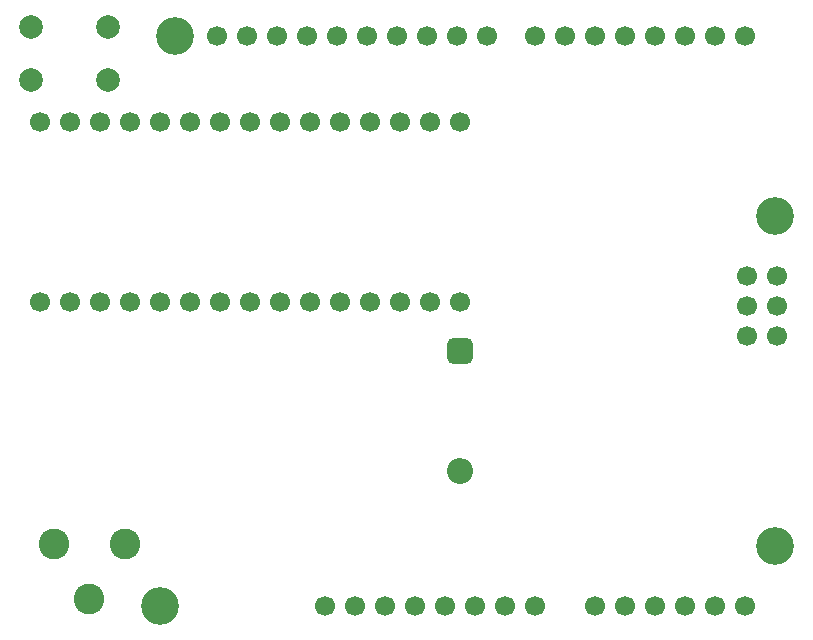
<source format=gbr>
%TF.GenerationSoftware,KiCad,Pcbnew,7.0.1*%
%TF.CreationDate,2023-12-31T00:59:43-05:00*%
%TF.ProjectId,Nano2UNO-Adapter-5V,4e616e6f-3255-44e4-9f2d-416461707465,0.0.1*%
%TF.SameCoordinates,PX6486dd0PY8062360*%
%TF.FileFunction,Soldermask,Bot*%
%TF.FilePolarity,Negative*%
%FSLAX46Y46*%
G04 Gerber Fmt 4.6, Leading zero omitted, Abs format (unit mm)*
G04 Created by KiCad (PCBNEW 7.0.1) date 2023-12-31 00:59:43*
%MOMM*%
%LPD*%
G01*
G04 APERTURE LIST*
G04 Aperture macros list*
%AMRoundRect*
0 Rectangle with rounded corners*
0 $1 Rounding radius*
0 $2 $3 $4 $5 $6 $7 $8 $9 X,Y pos of 4 corners*
0 Add a 4 corners polygon primitive as box body*
4,1,4,$2,$3,$4,$5,$6,$7,$8,$9,$2,$3,0*
0 Add four circle primitives for the rounded corners*
1,1,$1+$1,$2,$3*
1,1,$1+$1,$4,$5*
1,1,$1+$1,$6,$7*
1,1,$1+$1,$8,$9*
0 Add four rect primitives between the rounded corners*
20,1,$1+$1,$2,$3,$4,$5,0*
20,1,$1+$1,$4,$5,$6,$7,0*
20,1,$1+$1,$6,$7,$8,$9,0*
20,1,$1+$1,$8,$9,$2,$3,0*%
G04 Aperture macros list end*
%ADD10C,1.700000*%
%ADD11RoundRect,0.550000X-0.550000X0.550000X-0.550000X-0.550000X0.550000X-0.550000X0.550000X0.550000X0*%
%ADD12O,2.200000X2.200000*%
%ADD13C,3.200000*%
%ADD14C,2.600000*%
%ADD15C,2.000000*%
G04 APERTURE END LIST*
D10*
%TO.C,J6*%
X3810000Y28260000D03*
X6350000Y28260000D03*
X8890000Y28260000D03*
X11430000Y28260000D03*
X13970000Y28260000D03*
X16510000Y28260000D03*
X19050000Y28260000D03*
X21590000Y28260000D03*
X24130000Y28260000D03*
X26670000Y28260000D03*
X29210000Y28260000D03*
X31750000Y28260000D03*
X34290000Y28260000D03*
X36830000Y28260000D03*
X39370000Y28260000D03*
%TD*%
%TO.C,J5*%
X39370000Y43500000D03*
X36830000Y43500000D03*
X34290000Y43500000D03*
X31750000Y43500000D03*
X29210000Y43500000D03*
X26670000Y43500000D03*
X24130000Y43500000D03*
X21590000Y43500000D03*
X19050000Y43500000D03*
X16510000Y43500000D03*
X13970000Y43500000D03*
X11430000Y43500000D03*
X8890000Y43500000D03*
X6350000Y43500000D03*
X3810000Y43500000D03*
%TD*%
%TO.C,J3*%
X27940000Y2540000D03*
X30480000Y2540000D03*
X33020000Y2540000D03*
X35560000Y2540000D03*
X38100000Y2540000D03*
X40640000Y2540000D03*
X43180000Y2540000D03*
X45720000Y2540000D03*
%TD*%
%TO.C,J4*%
X50800000Y2540000D03*
X53340000Y2540000D03*
X55880000Y2540000D03*
X58420000Y2540000D03*
X60960000Y2540000D03*
X63500000Y2540000D03*
%TD*%
%TO.C,J2*%
X41656000Y50800000D03*
X39116000Y50800000D03*
X36576000Y50800000D03*
X34036000Y50800000D03*
X31496000Y50800000D03*
X28956000Y50800000D03*
X26416000Y50800000D03*
X23876000Y50800000D03*
X21336000Y50800000D03*
X18796000Y50800000D03*
%TD*%
%TO.C,J1*%
X63500000Y50800000D03*
X60960000Y50800000D03*
X58420000Y50800000D03*
X55880000Y50800000D03*
X53340000Y50800000D03*
X50800000Y50800000D03*
X48260000Y50800000D03*
X45720000Y50800000D03*
%TD*%
D11*
%TO.C,D1*%
X39370000Y24130000D03*
D12*
X39370000Y13970000D03*
%TD*%
D13*
%TO.C,MH1*%
X15240000Y50800000D03*
%TD*%
D10*
%TO.C,J7*%
X63622000Y30465000D03*
X66162000Y30465000D03*
X63622000Y27925000D03*
X66162000Y27925000D03*
X63622000Y25385000D03*
X66162000Y25385000D03*
%TD*%
D14*
%TO.C,J8*%
X10984000Y7802000D03*
X4984000Y7802000D03*
X7984000Y3102000D03*
%TD*%
D15*
%TO.C,SW1*%
X3050000Y51550000D03*
X9550000Y51550000D03*
X3050000Y47050000D03*
X9550000Y47050000D03*
%TD*%
D13*
%TO.C,MH2*%
X13970000Y2540000D03*
%TD*%
%TO.C,MH3*%
X66040000Y35560000D03*
%TD*%
%TO.C,MH4*%
X66040000Y7620000D03*
%TD*%
M02*

</source>
